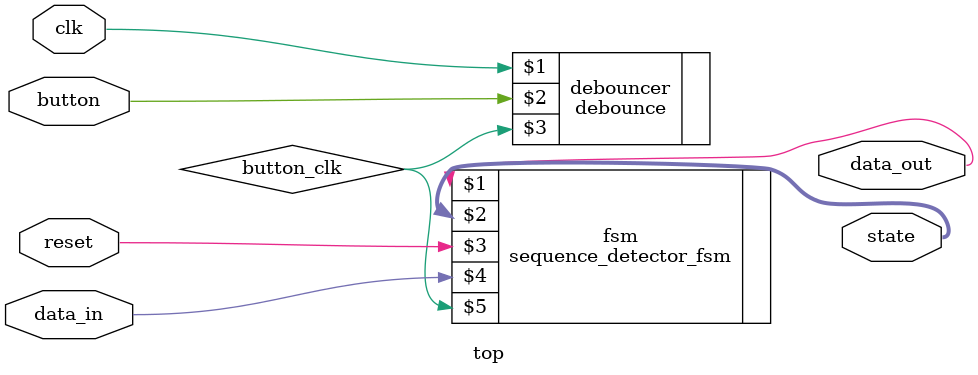
<source format=v>
module top(data_out, state, reset, button, data_in, clk);

output data_out;
output [2:0] state;

input reset, button, data_in, clk;

// Construct a clock from button
wire button_clk;
debounce debouncer(clk, button, button_clk);

// FSM
sequence_detector_fsm fsm(data_out, state, reset, data_in, button_clk);

endmodule

</source>
